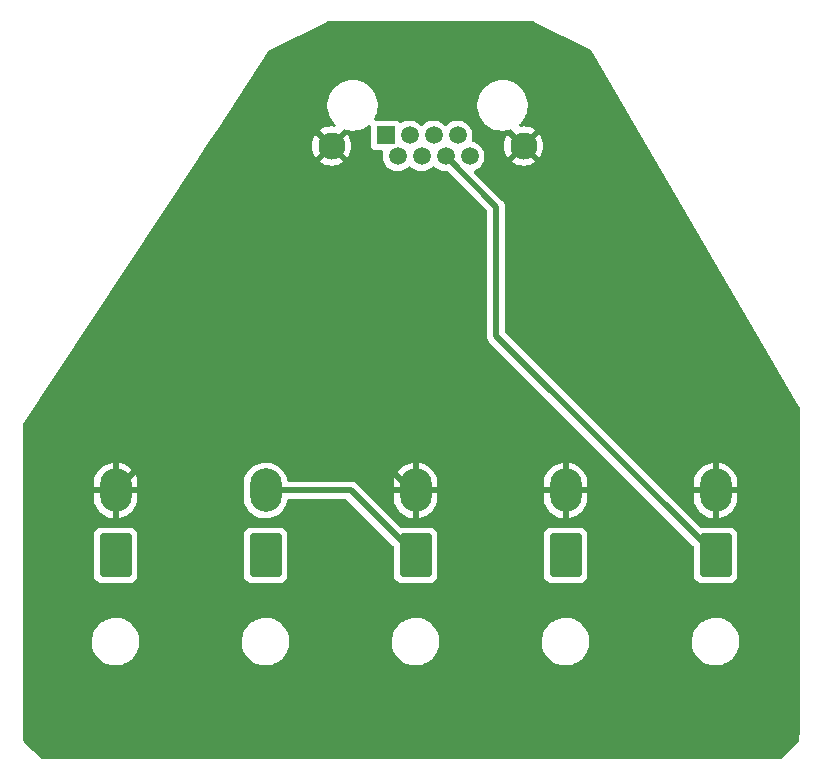
<source format=gbl>
%TF.GenerationSoftware,KiCad,Pcbnew,(6.0.8)*%
%TF.CreationDate,2023-04-02T10:00:46-07:00*%
%TF.ProjectId,FCP_steering_splitter,4643505f-7374-4656-9572-696e675f7370,rev?*%
%TF.SameCoordinates,Original*%
%TF.FileFunction,Copper,L2,Bot*%
%TF.FilePolarity,Positive*%
%FSLAX46Y46*%
G04 Gerber Fmt 4.6, Leading zero omitted, Abs format (unit mm)*
G04 Created by KiCad (PCBNEW (6.0.8)) date 2023-04-02 10:00:46*
%MOMM*%
%LPD*%
G01*
G04 APERTURE LIST*
G04 Aperture macros list*
%AMRoundRect*
0 Rectangle with rounded corners*
0 $1 Rounding radius*
0 $2 $3 $4 $5 $6 $7 $8 $9 X,Y pos of 4 corners*
0 Add a 4 corners polygon primitive as box body*
4,1,4,$2,$3,$4,$5,$6,$7,$8,$9,$2,$3,0*
0 Add four circle primitives for the rounded corners*
1,1,$1+$1,$2,$3*
1,1,$1+$1,$4,$5*
1,1,$1+$1,$6,$7*
1,1,$1+$1,$8,$9*
0 Add four rect primitives between the rounded corners*
20,1,$1+$1,$2,$3,$4,$5,0*
20,1,$1+$1,$4,$5,$6,$7,0*
20,1,$1+$1,$6,$7,$8,$9,0*
20,1,$1+$1,$8,$9,$2,$3,0*%
G04 Aperture macros list end*
%TA.AperFunction,ComponentPad*%
%ADD10RoundRect,0.250001X1.099999X1.599999X-1.099999X1.599999X-1.099999X-1.599999X1.099999X-1.599999X0*%
%TD*%
%TA.AperFunction,ComponentPad*%
%ADD11O,2.700000X3.700000*%
%TD*%
%TA.AperFunction,ComponentPad*%
%ADD12R,1.500000X1.500000*%
%TD*%
%TA.AperFunction,ComponentPad*%
%ADD13C,1.500000*%
%TD*%
%TA.AperFunction,ComponentPad*%
%ADD14C,2.300000*%
%TD*%
%TA.AperFunction,Conductor*%
%ADD15C,0.500000*%
%TD*%
%TA.AperFunction,Conductor*%
%ADD16C,0.250000*%
%TD*%
G04 APERTURE END LIST*
D10*
%TO.P,J5,1,Pin_1*%
%TO.N,/Turbo*%
X162560000Y-76200000D03*
D11*
%TO.P,J5,2,Pin_2*%
%TO.N,GND*%
X162560000Y-70700000D03*
%TD*%
D10*
%TO.P,J2,1,Pin_1*%
%TO.N,VCC*%
X124460000Y-76200000D03*
D11*
%TO.P,J2,2,Pin_2*%
%TO.N,GND*%
X124460000Y-70700000D03*
%TD*%
D12*
%TO.P,J1,1,Pin_1*%
%TO.N,VCC*%
X147320000Y-40640000D03*
D13*
%TO.P,J1,2,Pin_2*%
X148336000Y-42420000D03*
%TO.P,J1,3,Pin_3*%
%TO.N,unconnected-(J1-Pad3)*%
X149352000Y-40640000D03*
%TO.P,J1,4,Pin_4*%
%TO.N,unconnected-(J1-Pad4)*%
X150368000Y-42420000D03*
%TO.P,J1,5,Pin_5*%
%TO.N,unconnected-(J1-Pad5)*%
X151384000Y-40640000D03*
%TO.P,J1,6,Pin_6*%
%TO.N,/Horn*%
X152400000Y-42420000D03*
%TO.P,J1,7,Pin_7*%
%TO.N,/Turbo*%
X153416000Y-40640000D03*
%TO.P,J1,8,Pin_8*%
%TO.N,/Kill*%
X154432000Y-42420000D03*
D14*
%TO.P,J1,SH,Shield*%
%TO.N,GND*%
X142750000Y-41530000D03*
X159010000Y-41530000D03*
%TD*%
D10*
%TO.P,J3,1,Pin_1*%
%TO.N,/Kill*%
X137160000Y-76200000D03*
D11*
%TO.P,J3,2,Pin_2*%
%TO.N,/Safety*%
X137160000Y-70700000D03*
%TD*%
D10*
%TO.P,J6,1,Pin_1*%
%TO.N,/Horn*%
X175260000Y-76200000D03*
D11*
%TO.P,J6,2,Pin_2*%
%TO.N,GND*%
X175260000Y-70700000D03*
%TD*%
D10*
%TO.P,J4,1,Pin_1*%
%TO.N,/Safety*%
X149860000Y-76200000D03*
D11*
%TO.P,J4,2,Pin_2*%
%TO.N,GND*%
X149860000Y-70700000D03*
%TD*%
D15*
%TO.N,/Horn*%
X175260000Y-76200000D02*
X156696270Y-57636270D01*
X156696270Y-57636270D02*
X156696270Y-46716270D01*
X156696270Y-46716270D02*
X152400000Y-42420000D01*
%TO.N,GND*%
X144780000Y-66040000D02*
X129120000Y-66040000D01*
X129120000Y-66040000D02*
X124460000Y-70700000D01*
X149440000Y-70700000D02*
X144780000Y-66040000D01*
D16*
X149860000Y-70700000D02*
X149440000Y-70700000D01*
D15*
X162560000Y-70700000D02*
X149860000Y-70700000D01*
%TO.N,/Safety*%
X137160000Y-70700000D02*
X144360000Y-70700000D01*
X144360000Y-70700000D02*
X149860000Y-76200000D01*
%TD*%
%TA.AperFunction,Conductor*%
%TO.N,GND*%
G36*
X159926564Y-31001802D02*
G01*
X164703526Y-33390283D01*
X164756011Y-33439491D01*
X179062920Y-57965622D01*
X182354336Y-63608049D01*
X182371500Y-63671537D01*
X182371500Y-91390633D01*
X182370000Y-91410018D01*
X182367690Y-91424851D01*
X182367690Y-91424855D01*
X182366309Y-91433724D01*
X182367473Y-91442626D01*
X182367473Y-91442629D01*
X182368439Y-91450012D01*
X182369233Y-91474591D01*
X182354660Y-91696922D01*
X182352509Y-91713262D01*
X182321020Y-91871571D01*
X182288684Y-91933881D01*
X180980324Y-93307660D01*
X180923439Y-93367389D01*
X180856780Y-93404070D01*
X180696007Y-93436050D01*
X180613262Y-93452509D01*
X180596922Y-93454660D01*
X180448134Y-93464413D01*
X180381763Y-93468763D01*
X180358650Y-93467733D01*
X180355146Y-93467690D01*
X180346276Y-93466309D01*
X180337374Y-93467473D01*
X180337372Y-93467473D01*
X180323923Y-93469232D01*
X180314714Y-93470436D01*
X180298379Y-93471500D01*
X118685420Y-93471500D01*
X118666032Y-93469999D01*
X118651212Y-93467691D01*
X118651211Y-93467691D01*
X118642337Y-93466309D01*
X118626043Y-93468439D01*
X118601471Y-93469232D01*
X118436606Y-93458424D01*
X118379138Y-93454656D01*
X118362797Y-93452504D01*
X118181651Y-93416468D01*
X118119338Y-93384131D01*
X116717169Y-92048732D01*
X116684752Y-91997990D01*
X116676474Y-91973602D01*
X116672209Y-91957684D01*
X116623590Y-91713259D01*
X116621439Y-91696919D01*
X116607562Y-91485196D01*
X116608725Y-91462230D01*
X116608384Y-91462199D01*
X116608818Y-91457359D01*
X116609627Y-91452552D01*
X116609780Y-91440000D01*
X116608881Y-91433724D01*
X116605792Y-91412152D01*
X116604519Y-91394377D01*
X116598991Y-83429733D01*
X122447822Y-83429733D01*
X122457625Y-83710458D01*
X122458387Y-83714781D01*
X122458388Y-83714788D01*
X122482164Y-83849624D01*
X122506402Y-83987087D01*
X122593203Y-84254235D01*
X122716340Y-84506702D01*
X122718795Y-84510341D01*
X122718798Y-84510347D01*
X122791890Y-84618710D01*
X122873415Y-84739576D01*
X123061371Y-84948322D01*
X123276550Y-85128879D01*
X123514764Y-85277731D01*
X123771375Y-85391982D01*
X124041390Y-85469407D01*
X124045740Y-85470018D01*
X124045743Y-85470019D01*
X124148690Y-85484487D01*
X124319552Y-85508500D01*
X124530146Y-85508500D01*
X124532332Y-85508347D01*
X124532336Y-85508347D01*
X124735827Y-85494118D01*
X124735832Y-85494117D01*
X124740212Y-85493811D01*
X125014970Y-85435409D01*
X125019099Y-85433906D01*
X125019103Y-85433905D01*
X125274781Y-85340846D01*
X125274785Y-85340844D01*
X125278926Y-85339337D01*
X125526942Y-85207464D01*
X125631896Y-85131211D01*
X125750629Y-85044947D01*
X125750632Y-85044944D01*
X125754192Y-85042358D01*
X125956252Y-84847231D01*
X126129188Y-84625882D01*
X126131384Y-84622078D01*
X126131389Y-84622071D01*
X126267435Y-84386431D01*
X126269636Y-84382619D01*
X126374862Y-84122176D01*
X126408544Y-83987087D01*
X126441753Y-83853893D01*
X126441754Y-83853888D01*
X126442817Y-83849624D01*
X126472178Y-83570267D01*
X126467271Y-83429733D01*
X135147822Y-83429733D01*
X135157625Y-83710458D01*
X135158387Y-83714781D01*
X135158388Y-83714788D01*
X135182164Y-83849624D01*
X135206402Y-83987087D01*
X135293203Y-84254235D01*
X135416340Y-84506702D01*
X135418795Y-84510341D01*
X135418798Y-84510347D01*
X135491890Y-84618710D01*
X135573415Y-84739576D01*
X135761371Y-84948322D01*
X135976550Y-85128879D01*
X136214764Y-85277731D01*
X136471375Y-85391982D01*
X136741390Y-85469407D01*
X136745740Y-85470018D01*
X136745743Y-85470019D01*
X136848690Y-85484487D01*
X137019552Y-85508500D01*
X137230146Y-85508500D01*
X137232332Y-85508347D01*
X137232336Y-85508347D01*
X137435827Y-85494118D01*
X137435832Y-85494117D01*
X137440212Y-85493811D01*
X137714970Y-85435409D01*
X137719099Y-85433906D01*
X137719103Y-85433905D01*
X137974781Y-85340846D01*
X137974785Y-85340844D01*
X137978926Y-85339337D01*
X138226942Y-85207464D01*
X138331896Y-85131211D01*
X138450629Y-85044947D01*
X138450632Y-85044944D01*
X138454192Y-85042358D01*
X138656252Y-84847231D01*
X138829188Y-84625882D01*
X138831384Y-84622078D01*
X138831389Y-84622071D01*
X138967435Y-84386431D01*
X138969636Y-84382619D01*
X139074862Y-84122176D01*
X139108544Y-83987087D01*
X139141753Y-83853893D01*
X139141754Y-83853888D01*
X139142817Y-83849624D01*
X139172178Y-83570267D01*
X139167271Y-83429733D01*
X147847822Y-83429733D01*
X147857625Y-83710458D01*
X147858387Y-83714781D01*
X147858388Y-83714788D01*
X147882164Y-83849624D01*
X147906402Y-83987087D01*
X147993203Y-84254235D01*
X148116340Y-84506702D01*
X148118795Y-84510341D01*
X148118798Y-84510347D01*
X148191890Y-84618710D01*
X148273415Y-84739576D01*
X148461371Y-84948322D01*
X148676550Y-85128879D01*
X148914764Y-85277731D01*
X149171375Y-85391982D01*
X149441390Y-85469407D01*
X149445740Y-85470018D01*
X149445743Y-85470019D01*
X149548690Y-85484487D01*
X149719552Y-85508500D01*
X149930146Y-85508500D01*
X149932332Y-85508347D01*
X149932336Y-85508347D01*
X150135827Y-85494118D01*
X150135832Y-85494117D01*
X150140212Y-85493811D01*
X150414970Y-85435409D01*
X150419099Y-85433906D01*
X150419103Y-85433905D01*
X150674781Y-85340846D01*
X150674785Y-85340844D01*
X150678926Y-85339337D01*
X150926942Y-85207464D01*
X151031896Y-85131211D01*
X151150629Y-85044947D01*
X151150632Y-85044944D01*
X151154192Y-85042358D01*
X151356252Y-84847231D01*
X151529188Y-84625882D01*
X151531384Y-84622078D01*
X151531389Y-84622071D01*
X151667435Y-84386431D01*
X151669636Y-84382619D01*
X151774862Y-84122176D01*
X151808544Y-83987087D01*
X151841753Y-83853893D01*
X151841754Y-83853888D01*
X151842817Y-83849624D01*
X151872178Y-83570267D01*
X151867271Y-83429733D01*
X160547822Y-83429733D01*
X160557625Y-83710458D01*
X160558387Y-83714781D01*
X160558388Y-83714788D01*
X160582164Y-83849624D01*
X160606402Y-83987087D01*
X160693203Y-84254235D01*
X160816340Y-84506702D01*
X160818795Y-84510341D01*
X160818798Y-84510347D01*
X160891890Y-84618710D01*
X160973415Y-84739576D01*
X161161371Y-84948322D01*
X161376550Y-85128879D01*
X161614764Y-85277731D01*
X161871375Y-85391982D01*
X162141390Y-85469407D01*
X162145740Y-85470018D01*
X162145743Y-85470019D01*
X162248690Y-85484487D01*
X162419552Y-85508500D01*
X162630146Y-85508500D01*
X162632332Y-85508347D01*
X162632336Y-85508347D01*
X162835827Y-85494118D01*
X162835832Y-85494117D01*
X162840212Y-85493811D01*
X163114970Y-85435409D01*
X163119099Y-85433906D01*
X163119103Y-85433905D01*
X163374781Y-85340846D01*
X163374785Y-85340844D01*
X163378926Y-85339337D01*
X163626942Y-85207464D01*
X163731896Y-85131211D01*
X163850629Y-85044947D01*
X163850632Y-85044944D01*
X163854192Y-85042358D01*
X164056252Y-84847231D01*
X164229188Y-84625882D01*
X164231384Y-84622078D01*
X164231389Y-84622071D01*
X164367435Y-84386431D01*
X164369636Y-84382619D01*
X164474862Y-84122176D01*
X164508544Y-83987087D01*
X164541753Y-83853893D01*
X164541754Y-83853888D01*
X164542817Y-83849624D01*
X164572178Y-83570267D01*
X164567271Y-83429733D01*
X173247822Y-83429733D01*
X173257625Y-83710458D01*
X173258387Y-83714781D01*
X173258388Y-83714788D01*
X173282164Y-83849624D01*
X173306402Y-83987087D01*
X173393203Y-84254235D01*
X173516340Y-84506702D01*
X173518795Y-84510341D01*
X173518798Y-84510347D01*
X173591890Y-84618710D01*
X173673415Y-84739576D01*
X173861371Y-84948322D01*
X174076550Y-85128879D01*
X174314764Y-85277731D01*
X174571375Y-85391982D01*
X174841390Y-85469407D01*
X174845740Y-85470018D01*
X174845743Y-85470019D01*
X174948690Y-85484487D01*
X175119552Y-85508500D01*
X175330146Y-85508500D01*
X175332332Y-85508347D01*
X175332336Y-85508347D01*
X175535827Y-85494118D01*
X175535832Y-85494117D01*
X175540212Y-85493811D01*
X175814970Y-85435409D01*
X175819099Y-85433906D01*
X175819103Y-85433905D01*
X176074781Y-85340846D01*
X176074785Y-85340844D01*
X176078926Y-85339337D01*
X176326942Y-85207464D01*
X176431896Y-85131211D01*
X176550629Y-85044947D01*
X176550632Y-85044944D01*
X176554192Y-85042358D01*
X176756252Y-84847231D01*
X176929188Y-84625882D01*
X176931384Y-84622078D01*
X176931389Y-84622071D01*
X177067435Y-84386431D01*
X177069636Y-84382619D01*
X177174862Y-84122176D01*
X177208544Y-83987087D01*
X177241753Y-83853893D01*
X177241754Y-83853888D01*
X177242817Y-83849624D01*
X177272178Y-83570267D01*
X177262375Y-83289542D01*
X177238608Y-83154749D01*
X177214360Y-83017236D01*
X177213598Y-83012913D01*
X177126797Y-82745765D01*
X177003660Y-82493298D01*
X177001205Y-82489659D01*
X177001202Y-82489653D01*
X176920935Y-82370653D01*
X176846585Y-82260424D01*
X176658629Y-82051678D01*
X176443450Y-81871121D01*
X176205236Y-81722269D01*
X175948625Y-81608018D01*
X175678610Y-81530593D01*
X175674260Y-81529982D01*
X175674257Y-81529981D01*
X175571310Y-81515513D01*
X175400448Y-81491500D01*
X175189854Y-81491500D01*
X175187668Y-81491653D01*
X175187664Y-81491653D01*
X174984173Y-81505882D01*
X174984168Y-81505883D01*
X174979788Y-81506189D01*
X174705030Y-81564591D01*
X174700901Y-81566094D01*
X174700897Y-81566095D01*
X174445219Y-81659154D01*
X174445215Y-81659156D01*
X174441074Y-81660663D01*
X174193058Y-81792536D01*
X174189499Y-81795122D01*
X174189497Y-81795123D01*
X174084895Y-81871121D01*
X173965808Y-81957642D01*
X173763748Y-82152769D01*
X173590812Y-82374118D01*
X173588616Y-82377922D01*
X173588611Y-82377929D01*
X173474794Y-82575067D01*
X173450364Y-82617381D01*
X173345138Y-82877824D01*
X173344073Y-82882097D01*
X173344072Y-82882099D01*
X173310379Y-83017236D01*
X173277183Y-83150376D01*
X173247822Y-83429733D01*
X164567271Y-83429733D01*
X164562375Y-83289542D01*
X164538608Y-83154749D01*
X164514360Y-83017236D01*
X164513598Y-83012913D01*
X164426797Y-82745765D01*
X164303660Y-82493298D01*
X164301205Y-82489659D01*
X164301202Y-82489653D01*
X164220935Y-82370653D01*
X164146585Y-82260424D01*
X163958629Y-82051678D01*
X163743450Y-81871121D01*
X163505236Y-81722269D01*
X163248625Y-81608018D01*
X162978610Y-81530593D01*
X162974260Y-81529982D01*
X162974257Y-81529981D01*
X162871310Y-81515513D01*
X162700448Y-81491500D01*
X162489854Y-81491500D01*
X162487668Y-81491653D01*
X162487664Y-81491653D01*
X162284173Y-81505882D01*
X162284168Y-81505883D01*
X162279788Y-81506189D01*
X162005030Y-81564591D01*
X162000901Y-81566094D01*
X162000897Y-81566095D01*
X161745219Y-81659154D01*
X161745215Y-81659156D01*
X161741074Y-81660663D01*
X161493058Y-81792536D01*
X161489499Y-81795122D01*
X161489497Y-81795123D01*
X161384895Y-81871121D01*
X161265808Y-81957642D01*
X161063748Y-82152769D01*
X160890812Y-82374118D01*
X160888616Y-82377922D01*
X160888611Y-82377929D01*
X160774794Y-82575067D01*
X160750364Y-82617381D01*
X160645138Y-82877824D01*
X160644073Y-82882097D01*
X160644072Y-82882099D01*
X160610379Y-83017236D01*
X160577183Y-83150376D01*
X160547822Y-83429733D01*
X151867271Y-83429733D01*
X151862375Y-83289542D01*
X151838608Y-83154749D01*
X151814360Y-83017236D01*
X151813598Y-83012913D01*
X151726797Y-82745765D01*
X151603660Y-82493298D01*
X151601205Y-82489659D01*
X151601202Y-82489653D01*
X151520935Y-82370653D01*
X151446585Y-82260424D01*
X151258629Y-82051678D01*
X151043450Y-81871121D01*
X150805236Y-81722269D01*
X150548625Y-81608018D01*
X150278610Y-81530593D01*
X150274260Y-81529982D01*
X150274257Y-81529981D01*
X150171310Y-81515513D01*
X150000448Y-81491500D01*
X149789854Y-81491500D01*
X149787668Y-81491653D01*
X149787664Y-81491653D01*
X149584173Y-81505882D01*
X149584168Y-81505883D01*
X149579788Y-81506189D01*
X149305030Y-81564591D01*
X149300901Y-81566094D01*
X149300897Y-81566095D01*
X149045219Y-81659154D01*
X149045215Y-81659156D01*
X149041074Y-81660663D01*
X148793058Y-81792536D01*
X148789499Y-81795122D01*
X148789497Y-81795123D01*
X148684895Y-81871121D01*
X148565808Y-81957642D01*
X148363748Y-82152769D01*
X148190812Y-82374118D01*
X148188616Y-82377922D01*
X148188611Y-82377929D01*
X148074794Y-82575067D01*
X148050364Y-82617381D01*
X147945138Y-82877824D01*
X147944073Y-82882097D01*
X147944072Y-82882099D01*
X147910379Y-83017236D01*
X147877183Y-83150376D01*
X147847822Y-83429733D01*
X139167271Y-83429733D01*
X139162375Y-83289542D01*
X139138608Y-83154749D01*
X139114360Y-83017236D01*
X139113598Y-83012913D01*
X139026797Y-82745765D01*
X138903660Y-82493298D01*
X138901205Y-82489659D01*
X138901202Y-82489653D01*
X138820935Y-82370653D01*
X138746585Y-82260424D01*
X138558629Y-82051678D01*
X138343450Y-81871121D01*
X138105236Y-81722269D01*
X137848625Y-81608018D01*
X137578610Y-81530593D01*
X137574260Y-81529982D01*
X137574257Y-81529981D01*
X137471310Y-81515513D01*
X137300448Y-81491500D01*
X137089854Y-81491500D01*
X137087668Y-81491653D01*
X137087664Y-81491653D01*
X136884173Y-81505882D01*
X136884168Y-81505883D01*
X136879788Y-81506189D01*
X136605030Y-81564591D01*
X136600901Y-81566094D01*
X136600897Y-81566095D01*
X136345219Y-81659154D01*
X136345215Y-81659156D01*
X136341074Y-81660663D01*
X136093058Y-81792536D01*
X136089499Y-81795122D01*
X136089497Y-81795123D01*
X135984895Y-81871121D01*
X135865808Y-81957642D01*
X135663748Y-82152769D01*
X135490812Y-82374118D01*
X135488616Y-82377922D01*
X135488611Y-82377929D01*
X135374794Y-82575067D01*
X135350364Y-82617381D01*
X135245138Y-82877824D01*
X135244073Y-82882097D01*
X135244072Y-82882099D01*
X135210379Y-83017236D01*
X135177183Y-83150376D01*
X135147822Y-83429733D01*
X126467271Y-83429733D01*
X126462375Y-83289542D01*
X126438608Y-83154749D01*
X126414360Y-83017236D01*
X126413598Y-83012913D01*
X126326797Y-82745765D01*
X126203660Y-82493298D01*
X126201205Y-82489659D01*
X126201202Y-82489653D01*
X126120935Y-82370653D01*
X126046585Y-82260424D01*
X125858629Y-82051678D01*
X125643450Y-81871121D01*
X125405236Y-81722269D01*
X125148625Y-81608018D01*
X124878610Y-81530593D01*
X124874260Y-81529982D01*
X124874257Y-81529981D01*
X124771310Y-81515513D01*
X124600448Y-81491500D01*
X124389854Y-81491500D01*
X124387668Y-81491653D01*
X124387664Y-81491653D01*
X124184173Y-81505882D01*
X124184168Y-81505883D01*
X124179788Y-81506189D01*
X123905030Y-81564591D01*
X123900901Y-81566094D01*
X123900897Y-81566095D01*
X123645219Y-81659154D01*
X123645215Y-81659156D01*
X123641074Y-81660663D01*
X123393058Y-81792536D01*
X123389499Y-81795122D01*
X123389497Y-81795123D01*
X123284895Y-81871121D01*
X123165808Y-81957642D01*
X122963748Y-82152769D01*
X122790812Y-82374118D01*
X122788616Y-82377922D01*
X122788611Y-82377929D01*
X122674794Y-82575067D01*
X122650364Y-82617381D01*
X122545138Y-82877824D01*
X122544073Y-82882097D01*
X122544072Y-82882099D01*
X122510379Y-83017236D01*
X122477183Y-83150376D01*
X122447822Y-83429733D01*
X116598991Y-83429733D01*
X116595565Y-78494419D01*
X116595118Y-77850400D01*
X122601500Y-77850400D01*
X122612474Y-77956165D01*
X122668450Y-78123945D01*
X122761522Y-78274348D01*
X122886697Y-78399305D01*
X122892927Y-78403145D01*
X122892928Y-78403146D01*
X123030090Y-78487694D01*
X123037262Y-78492115D01*
X123117005Y-78518564D01*
X123198611Y-78545632D01*
X123198613Y-78545632D01*
X123205139Y-78547797D01*
X123211975Y-78548497D01*
X123211978Y-78548498D01*
X123255031Y-78552909D01*
X123309600Y-78558500D01*
X125610400Y-78558500D01*
X125613646Y-78558163D01*
X125613650Y-78558163D01*
X125709307Y-78548238D01*
X125709311Y-78548237D01*
X125716165Y-78547526D01*
X125722701Y-78545345D01*
X125722703Y-78545345D01*
X125854805Y-78501272D01*
X125883945Y-78491550D01*
X126034348Y-78398478D01*
X126159305Y-78273303D01*
X126252115Y-78122738D01*
X126307797Y-77954861D01*
X126318500Y-77850400D01*
X135301500Y-77850400D01*
X135312474Y-77956165D01*
X135368450Y-78123945D01*
X135461522Y-78274348D01*
X135586697Y-78399305D01*
X135592927Y-78403145D01*
X135592928Y-78403146D01*
X135730090Y-78487694D01*
X135737262Y-78492115D01*
X135817005Y-78518564D01*
X135898611Y-78545632D01*
X135898613Y-78545632D01*
X135905139Y-78547797D01*
X135911975Y-78548497D01*
X135911978Y-78548498D01*
X135955031Y-78552909D01*
X136009600Y-78558500D01*
X138310400Y-78558500D01*
X138313646Y-78558163D01*
X138313650Y-78558163D01*
X138409307Y-78548238D01*
X138409311Y-78548237D01*
X138416165Y-78547526D01*
X138422701Y-78545345D01*
X138422703Y-78545345D01*
X138554805Y-78501272D01*
X138583945Y-78491550D01*
X138734348Y-78398478D01*
X138859305Y-78273303D01*
X138952115Y-78122738D01*
X139007797Y-77954861D01*
X139018500Y-77850400D01*
X139018500Y-74549600D01*
X139007526Y-74443835D01*
X138951550Y-74276055D01*
X138858478Y-74125652D01*
X138733303Y-74000695D01*
X138727072Y-73996854D01*
X138588968Y-73911725D01*
X138588966Y-73911724D01*
X138582738Y-73907885D01*
X138422254Y-73854655D01*
X138421389Y-73854368D01*
X138421387Y-73854368D01*
X138414861Y-73852203D01*
X138408025Y-73851503D01*
X138408022Y-73851502D01*
X138364969Y-73847091D01*
X138310400Y-73841500D01*
X136009600Y-73841500D01*
X136006354Y-73841837D01*
X136006350Y-73841837D01*
X135910693Y-73851762D01*
X135910689Y-73851763D01*
X135903835Y-73852474D01*
X135897299Y-73854655D01*
X135897297Y-73854655D01*
X135889828Y-73857147D01*
X135736055Y-73908450D01*
X135585652Y-74001522D01*
X135460695Y-74126697D01*
X135367885Y-74277262D01*
X135312203Y-74445139D01*
X135301500Y-74549600D01*
X135301500Y-77850400D01*
X126318500Y-77850400D01*
X126318500Y-74549600D01*
X126307526Y-74443835D01*
X126251550Y-74276055D01*
X126158478Y-74125652D01*
X126033303Y-74000695D01*
X126027072Y-73996854D01*
X125888968Y-73911725D01*
X125888966Y-73911724D01*
X125882738Y-73907885D01*
X125722254Y-73854655D01*
X125721389Y-73854368D01*
X125721387Y-73854368D01*
X125714861Y-73852203D01*
X125708025Y-73851503D01*
X125708022Y-73851502D01*
X125664969Y-73847091D01*
X125610400Y-73841500D01*
X123309600Y-73841500D01*
X123306354Y-73841837D01*
X123306350Y-73841837D01*
X123210693Y-73851762D01*
X123210689Y-73851763D01*
X123203835Y-73852474D01*
X123197299Y-73854655D01*
X123197297Y-73854655D01*
X123189828Y-73857147D01*
X123036055Y-73908450D01*
X122885652Y-74001522D01*
X122760695Y-74126697D01*
X122667885Y-74277262D01*
X122612203Y-74445139D01*
X122601500Y-74549600D01*
X122601500Y-77850400D01*
X116595118Y-77850400D01*
X116590548Y-71266206D01*
X122602000Y-71266206D01*
X122602165Y-71270777D01*
X122616213Y-71464380D01*
X122617527Y-71473389D01*
X122673689Y-71727769D01*
X122676292Y-71736499D01*
X122768586Y-71980107D01*
X122772421Y-71988368D01*
X122898915Y-72216101D01*
X122903905Y-72223726D01*
X123061946Y-72430809D01*
X123067986Y-72437636D01*
X123254264Y-72619735D01*
X123261226Y-72625618D01*
X123471843Y-72778922D01*
X123479573Y-72783733D01*
X123710122Y-72905031D01*
X123718472Y-72908678D01*
X123964099Y-72995419D01*
X123972894Y-72997825D01*
X124188225Y-73040267D01*
X124201137Y-73039088D01*
X124205939Y-73024174D01*
X124714000Y-73024174D01*
X124718251Y-73038651D01*
X124730512Y-73040714D01*
X124766133Y-73037315D01*
X124775125Y-73035795D01*
X125028158Y-72973878D01*
X125036827Y-72971078D01*
X125278282Y-72873278D01*
X125286455Y-72869256D01*
X125511253Y-72737632D01*
X125518765Y-72732469D01*
X125722213Y-72569769D01*
X125728896Y-72563580D01*
X125906733Y-72373206D01*
X125912443Y-72366129D01*
X126060934Y-72152082D01*
X126065571Y-72144241D01*
X126181604Y-71911003D01*
X126185060Y-71902578D01*
X126266212Y-71655026D01*
X126268412Y-71646201D01*
X126313103Y-71388811D01*
X126313950Y-71381193D01*
X126317922Y-71301408D01*
X126318000Y-71298267D01*
X126318000Y-71268512D01*
X135301500Y-71268512D01*
X135301664Y-71270777D01*
X135301665Y-71270792D01*
X135309676Y-71381193D01*
X135316047Y-71469004D01*
X135317031Y-71473459D01*
X135317031Y-71473462D01*
X135373178Y-71727769D01*
X135374194Y-71732372D01*
X135375812Y-71736642D01*
X135441944Y-71911194D01*
X135469750Y-71984588D01*
X135600714Y-72220368D01*
X135603486Y-72224000D01*
X135717608Y-72373535D01*
X135764343Y-72434773D01*
X135957208Y-72623312D01*
X136175270Y-72782034D01*
X136275031Y-72834521D01*
X136409921Y-72905490D01*
X136409927Y-72905493D01*
X136413961Y-72907615D01*
X136418266Y-72909135D01*
X136418270Y-72909137D01*
X136663967Y-72995902D01*
X136668280Y-72997425D01*
X136796032Y-73022605D01*
X136928428Y-73048700D01*
X136928434Y-73048701D01*
X136932900Y-73049581D01*
X136937453Y-73049808D01*
X136937456Y-73049808D01*
X137197708Y-73062764D01*
X137197714Y-73062764D01*
X137202277Y-73062991D01*
X137470769Y-73037375D01*
X137475203Y-73036290D01*
X137475209Y-73036289D01*
X137728312Y-72974355D01*
X137732750Y-72973269D01*
X137982733Y-72872015D01*
X138215482Y-72735735D01*
X138426119Y-72567284D01*
X138610234Y-72370191D01*
X138763968Y-72148584D01*
X138884101Y-71907106D01*
X138885523Y-71902769D01*
X138966698Y-71655147D01*
X138966699Y-71655141D01*
X138968118Y-71650814D01*
X138983374Y-71562945D01*
X139014734Y-71499251D01*
X139075552Y-71462622D01*
X139107517Y-71458500D01*
X143993629Y-71458500D01*
X144061750Y-71478502D01*
X144082724Y-71495405D01*
X147964595Y-75377276D01*
X147998621Y-75439588D01*
X148001500Y-75466371D01*
X148001500Y-77850400D01*
X148012474Y-77956165D01*
X148068450Y-78123945D01*
X148161522Y-78274348D01*
X148286697Y-78399305D01*
X148292927Y-78403145D01*
X148292928Y-78403146D01*
X148430090Y-78487694D01*
X148437262Y-78492115D01*
X148517005Y-78518564D01*
X148598611Y-78545632D01*
X148598613Y-78545632D01*
X148605139Y-78547797D01*
X148611975Y-78548497D01*
X148611978Y-78548498D01*
X148655031Y-78552909D01*
X148709600Y-78558500D01*
X151010400Y-78558500D01*
X151013646Y-78558163D01*
X151013650Y-78558163D01*
X151109307Y-78548238D01*
X151109311Y-78548237D01*
X151116165Y-78547526D01*
X151122701Y-78545345D01*
X151122703Y-78545345D01*
X151254805Y-78501272D01*
X151283945Y-78491550D01*
X151434348Y-78398478D01*
X151559305Y-78273303D01*
X151652115Y-78122738D01*
X151707797Y-77954861D01*
X151718500Y-77850400D01*
X160701500Y-77850400D01*
X160712474Y-77956165D01*
X160768450Y-78123945D01*
X160861522Y-78274348D01*
X160986697Y-78399305D01*
X160992927Y-78403145D01*
X160992928Y-78403146D01*
X161130090Y-78487694D01*
X161137262Y-78492115D01*
X161217005Y-78518564D01*
X161298611Y-78545632D01*
X161298613Y-78545632D01*
X161305139Y-78547797D01*
X161311975Y-78548497D01*
X161311978Y-78548498D01*
X161355031Y-78552909D01*
X161409600Y-78558500D01*
X163710400Y-78558500D01*
X163713646Y-78558163D01*
X163713650Y-78558163D01*
X163809307Y-78548238D01*
X163809311Y-78548237D01*
X163816165Y-78547526D01*
X163822701Y-78545345D01*
X163822703Y-78545345D01*
X163954805Y-78501272D01*
X163983945Y-78491550D01*
X164134348Y-78398478D01*
X164259305Y-78273303D01*
X164352115Y-78122738D01*
X164407797Y-77954861D01*
X164418500Y-77850400D01*
X164418500Y-74549600D01*
X164407526Y-74443835D01*
X164351550Y-74276055D01*
X164258478Y-74125652D01*
X164133303Y-74000695D01*
X164127072Y-73996854D01*
X163988968Y-73911725D01*
X163988966Y-73911724D01*
X163982738Y-73907885D01*
X163822254Y-73854655D01*
X163821389Y-73854368D01*
X163821387Y-73854368D01*
X163814861Y-73852203D01*
X163808025Y-73851503D01*
X163808022Y-73851502D01*
X163764969Y-73847091D01*
X163710400Y-73841500D01*
X161409600Y-73841500D01*
X161406354Y-73841837D01*
X161406350Y-73841837D01*
X161310693Y-73851762D01*
X161310689Y-73851763D01*
X161303835Y-73852474D01*
X161297299Y-73854655D01*
X161297297Y-73854655D01*
X161289828Y-73857147D01*
X161136055Y-73908450D01*
X160985652Y-74001522D01*
X160860695Y-74126697D01*
X160767885Y-74277262D01*
X160712203Y-74445139D01*
X160701500Y-74549600D01*
X160701500Y-77850400D01*
X151718500Y-77850400D01*
X151718500Y-74549600D01*
X151707526Y-74443835D01*
X151651550Y-74276055D01*
X151558478Y-74125652D01*
X151433303Y-74000695D01*
X151427072Y-73996854D01*
X151288968Y-73911725D01*
X151288966Y-73911724D01*
X151282738Y-73907885D01*
X151122254Y-73854655D01*
X151121389Y-73854368D01*
X151121387Y-73854368D01*
X151114861Y-73852203D01*
X151108025Y-73851503D01*
X151108022Y-73851502D01*
X151064969Y-73847091D01*
X151010400Y-73841500D01*
X148709600Y-73841500D01*
X148706356Y-73841837D01*
X148706348Y-73841837D01*
X148646585Y-73848038D01*
X148576764Y-73835173D01*
X148544487Y-73811806D01*
X145998887Y-71266206D01*
X148002000Y-71266206D01*
X148002165Y-71270777D01*
X148016213Y-71464380D01*
X148017527Y-71473389D01*
X148073689Y-71727769D01*
X148076292Y-71736499D01*
X148168586Y-71980107D01*
X148172421Y-71988368D01*
X148298915Y-72216101D01*
X148303905Y-72223726D01*
X148461946Y-72430809D01*
X148467986Y-72437636D01*
X148654264Y-72619735D01*
X148661226Y-72625618D01*
X148871843Y-72778922D01*
X148879573Y-72783733D01*
X149110122Y-72905031D01*
X149118472Y-72908678D01*
X149364099Y-72995419D01*
X149372894Y-72997825D01*
X149588225Y-73040267D01*
X149601137Y-73039088D01*
X149605939Y-73024174D01*
X150114000Y-73024174D01*
X150118251Y-73038651D01*
X150130512Y-73040714D01*
X150166133Y-73037315D01*
X150175125Y-73035795D01*
X150428158Y-72973878D01*
X150436827Y-72971078D01*
X150678282Y-72873278D01*
X150686455Y-72869256D01*
X150911253Y-72737632D01*
X150918765Y-72732469D01*
X151122213Y-72569769D01*
X151128896Y-72563580D01*
X151306733Y-72373206D01*
X151312443Y-72366129D01*
X151460934Y-72152082D01*
X151465571Y-72144241D01*
X151581604Y-71911003D01*
X151585060Y-71902578D01*
X151666212Y-71655026D01*
X151668412Y-71646201D01*
X151713103Y-71388811D01*
X151713950Y-71381193D01*
X151717922Y-71301408D01*
X151718000Y-71298267D01*
X151718000Y-71266206D01*
X160702000Y-71266206D01*
X160702165Y-71270777D01*
X160716213Y-71464380D01*
X160717527Y-71473389D01*
X160773689Y-71727769D01*
X160776292Y-71736499D01*
X160868586Y-71980107D01*
X160872421Y-71988368D01*
X160998915Y-72216101D01*
X161003905Y-72223726D01*
X161161946Y-72430809D01*
X161167986Y-72437636D01*
X161354264Y-72619735D01*
X161361226Y-72625618D01*
X161571843Y-72778922D01*
X161579573Y-72783733D01*
X161810122Y-72905031D01*
X161818472Y-72908678D01*
X162064099Y-72995419D01*
X162072894Y-72997825D01*
X162288225Y-73040267D01*
X162301137Y-73039088D01*
X162305939Y-73024174D01*
X162814000Y-73024174D01*
X162818251Y-73038651D01*
X162830512Y-73040714D01*
X162866133Y-73037315D01*
X162875125Y-73035795D01*
X163128158Y-72973878D01*
X163136827Y-72971078D01*
X163378282Y-72873278D01*
X163386455Y-72869256D01*
X163611253Y-72737632D01*
X163618765Y-72732469D01*
X163822213Y-72569769D01*
X163828896Y-72563580D01*
X164006733Y-72373206D01*
X164012443Y-72366129D01*
X164160934Y-72152082D01*
X164165571Y-72144241D01*
X164281604Y-71911003D01*
X164285060Y-71902578D01*
X164366212Y-71655026D01*
X164368412Y-71646201D01*
X164413103Y-71388811D01*
X164413950Y-71381193D01*
X164417922Y-71301408D01*
X164418000Y-71298267D01*
X164418000Y-70972115D01*
X164413525Y-70956876D01*
X164412135Y-70955671D01*
X164404452Y-70954000D01*
X162832115Y-70954000D01*
X162816876Y-70958475D01*
X162815671Y-70959865D01*
X162814000Y-70967548D01*
X162814000Y-73024174D01*
X162305939Y-73024174D01*
X162306000Y-73023985D01*
X162306000Y-70972115D01*
X162301525Y-70956876D01*
X162300135Y-70955671D01*
X162292452Y-70954000D01*
X160720115Y-70954000D01*
X160704876Y-70958475D01*
X160703671Y-70959865D01*
X160702000Y-70967548D01*
X160702000Y-71266206D01*
X151718000Y-71266206D01*
X151718000Y-70972115D01*
X151713525Y-70956876D01*
X151712135Y-70955671D01*
X151704452Y-70954000D01*
X150132115Y-70954000D01*
X150116876Y-70958475D01*
X150115671Y-70959865D01*
X150114000Y-70967548D01*
X150114000Y-73024174D01*
X149605939Y-73024174D01*
X149606000Y-73023985D01*
X149606000Y-70972115D01*
X149601525Y-70956876D01*
X149600135Y-70955671D01*
X149592452Y-70954000D01*
X148020115Y-70954000D01*
X148004876Y-70958475D01*
X148003671Y-70959865D01*
X148002000Y-70967548D01*
X148002000Y-71266206D01*
X145998887Y-71266206D01*
X145160566Y-70427885D01*
X148002000Y-70427885D01*
X148006475Y-70443124D01*
X148007865Y-70444329D01*
X148015548Y-70446000D01*
X149587885Y-70446000D01*
X149603124Y-70441525D01*
X149604329Y-70440135D01*
X149606000Y-70432452D01*
X149606000Y-70427885D01*
X150114000Y-70427885D01*
X150118475Y-70443124D01*
X150119865Y-70444329D01*
X150127548Y-70446000D01*
X151699885Y-70446000D01*
X151715124Y-70441525D01*
X151716329Y-70440135D01*
X151718000Y-70432452D01*
X151718000Y-70427885D01*
X160702000Y-70427885D01*
X160706475Y-70443124D01*
X160707865Y-70444329D01*
X160715548Y-70446000D01*
X162287885Y-70446000D01*
X162303124Y-70441525D01*
X162304329Y-70440135D01*
X162306000Y-70432452D01*
X162306000Y-70427885D01*
X162814000Y-70427885D01*
X162818475Y-70443124D01*
X162819865Y-70444329D01*
X162827548Y-70446000D01*
X164399885Y-70446000D01*
X164415124Y-70441525D01*
X164416329Y-70440135D01*
X164418000Y-70432452D01*
X164418000Y-70133794D01*
X164417835Y-70129223D01*
X164403787Y-69935620D01*
X164402473Y-69926611D01*
X164346311Y-69672231D01*
X164343708Y-69663501D01*
X164251414Y-69419893D01*
X164247579Y-69411632D01*
X164121085Y-69183899D01*
X164116095Y-69176274D01*
X163958054Y-68969191D01*
X163952014Y-68962364D01*
X163765736Y-68780265D01*
X163758774Y-68774382D01*
X163548157Y-68621078D01*
X163540427Y-68616267D01*
X163309878Y-68494969D01*
X163301528Y-68491322D01*
X163055901Y-68404581D01*
X163047106Y-68402175D01*
X162831775Y-68359733D01*
X162818863Y-68360912D01*
X162814000Y-68376015D01*
X162814000Y-70427885D01*
X162306000Y-70427885D01*
X162306000Y-68375826D01*
X162301749Y-68361349D01*
X162289488Y-68359286D01*
X162253867Y-68362685D01*
X162244875Y-68364205D01*
X161991842Y-68426122D01*
X161983173Y-68428922D01*
X161741718Y-68526722D01*
X161733545Y-68530744D01*
X161508747Y-68662368D01*
X161501235Y-68667531D01*
X161297787Y-68830231D01*
X161291104Y-68836420D01*
X161113267Y-69026794D01*
X161107557Y-69033871D01*
X160959066Y-69247918D01*
X160954429Y-69255759D01*
X160838396Y-69488997D01*
X160834940Y-69497422D01*
X160753788Y-69744974D01*
X160751588Y-69753799D01*
X160706897Y-70011189D01*
X160706050Y-70018807D01*
X160702078Y-70098592D01*
X160702000Y-70101733D01*
X160702000Y-70427885D01*
X151718000Y-70427885D01*
X151718000Y-70133794D01*
X151717835Y-70129223D01*
X151703787Y-69935620D01*
X151702473Y-69926611D01*
X151646311Y-69672231D01*
X151643708Y-69663501D01*
X151551414Y-69419893D01*
X151547579Y-69411632D01*
X151421085Y-69183899D01*
X151416095Y-69176274D01*
X151258054Y-68969191D01*
X151252014Y-68962364D01*
X151065736Y-68780265D01*
X151058774Y-68774382D01*
X150848157Y-68621078D01*
X150840427Y-68616267D01*
X150609878Y-68494969D01*
X150601528Y-68491322D01*
X150355901Y-68404581D01*
X150347106Y-68402175D01*
X150131775Y-68359733D01*
X150118863Y-68360912D01*
X150114000Y-68376015D01*
X150114000Y-70427885D01*
X149606000Y-70427885D01*
X149606000Y-68375826D01*
X149601749Y-68361349D01*
X149589488Y-68359286D01*
X149553867Y-68362685D01*
X149544875Y-68364205D01*
X149291842Y-68426122D01*
X149283173Y-68428922D01*
X149041718Y-68526722D01*
X149033545Y-68530744D01*
X148808747Y-68662368D01*
X148801235Y-68667531D01*
X148597787Y-68830231D01*
X148591104Y-68836420D01*
X148413267Y-69026794D01*
X148407557Y-69033871D01*
X148259066Y-69247918D01*
X148254429Y-69255759D01*
X148138396Y-69488997D01*
X148134940Y-69497422D01*
X148053788Y-69744974D01*
X148051588Y-69753799D01*
X148006897Y-70011189D01*
X148006050Y-70018807D01*
X148002078Y-70098592D01*
X148002000Y-70101733D01*
X148002000Y-70427885D01*
X145160566Y-70427885D01*
X144943770Y-70211089D01*
X144931384Y-70196677D01*
X144922851Y-70185082D01*
X144922846Y-70185077D01*
X144918508Y-70179182D01*
X144912930Y-70174443D01*
X144912927Y-70174440D01*
X144878232Y-70144965D01*
X144870716Y-70138035D01*
X144865021Y-70132340D01*
X144858880Y-70127482D01*
X144842749Y-70114719D01*
X144839345Y-70111928D01*
X144789297Y-70069409D01*
X144789295Y-70069408D01*
X144783715Y-70064667D01*
X144777199Y-70061339D01*
X144772150Y-70057972D01*
X144767021Y-70054805D01*
X144761284Y-70050266D01*
X144695125Y-70019345D01*
X144691225Y-70017439D01*
X144686294Y-70014921D01*
X144626192Y-69984231D01*
X144619084Y-69982492D01*
X144613441Y-69980393D01*
X144607678Y-69978476D01*
X144601050Y-69975378D01*
X144529583Y-69960513D01*
X144525299Y-69959543D01*
X144454390Y-69942192D01*
X144448788Y-69941844D01*
X144448785Y-69941844D01*
X144443236Y-69941500D01*
X144443238Y-69941464D01*
X144439245Y-69941225D01*
X144435053Y-69940851D01*
X144427885Y-69939360D01*
X144361675Y-69941151D01*
X144350479Y-69941454D01*
X144347072Y-69941500D01*
X139107488Y-69941500D01*
X139039367Y-69921498D01*
X138992874Y-69867842D01*
X138984451Y-69842664D01*
X138946791Y-69672088D01*
X138946790Y-69672084D01*
X138945806Y-69667628D01*
X138881321Y-69497422D01*
X138851868Y-69419682D01*
X138851867Y-69419679D01*
X138850250Y-69415412D01*
X138719286Y-69179632D01*
X138608045Y-69033871D01*
X138558429Y-68968859D01*
X138558428Y-68968858D01*
X138555657Y-68965227D01*
X138362792Y-68776688D01*
X138144730Y-68617966D01*
X137978948Y-68530744D01*
X137910079Y-68494510D01*
X137910073Y-68494507D01*
X137906039Y-68492385D01*
X137901734Y-68490865D01*
X137901730Y-68490863D01*
X137656033Y-68404098D01*
X137656032Y-68404098D01*
X137651720Y-68402575D01*
X137516006Y-68375826D01*
X137391572Y-68351300D01*
X137391566Y-68351299D01*
X137387100Y-68350419D01*
X137382547Y-68350192D01*
X137382544Y-68350192D01*
X137122292Y-68337236D01*
X137122286Y-68337236D01*
X137117723Y-68337009D01*
X136849231Y-68362625D01*
X136844797Y-68363710D01*
X136844791Y-68363711D01*
X136591688Y-68425645D01*
X136587250Y-68426731D01*
X136337267Y-68527985D01*
X136104518Y-68664265D01*
X135893881Y-68832716D01*
X135709766Y-69029809D01*
X135556032Y-69251416D01*
X135435899Y-69492894D01*
X135434478Y-69497228D01*
X135434477Y-69497231D01*
X135434415Y-69497422D01*
X135351882Y-69749186D01*
X135351102Y-69753677D01*
X135351102Y-69753678D01*
X135310494Y-69987560D01*
X135305743Y-70014921D01*
X135301500Y-70100149D01*
X135301500Y-71268512D01*
X126318000Y-71268512D01*
X126318000Y-70972115D01*
X126313525Y-70956876D01*
X126312135Y-70955671D01*
X126304452Y-70954000D01*
X124732115Y-70954000D01*
X124716876Y-70958475D01*
X124715671Y-70959865D01*
X124714000Y-70967548D01*
X124714000Y-73024174D01*
X124205939Y-73024174D01*
X124206000Y-73023985D01*
X124206000Y-70972115D01*
X124201525Y-70956876D01*
X124200135Y-70955671D01*
X124192452Y-70954000D01*
X122620115Y-70954000D01*
X122604876Y-70958475D01*
X122603671Y-70959865D01*
X122602000Y-70967548D01*
X122602000Y-71266206D01*
X116590548Y-71266206D01*
X116589966Y-70427885D01*
X122602000Y-70427885D01*
X122606475Y-70443124D01*
X122607865Y-70444329D01*
X122615548Y-70446000D01*
X124187885Y-70446000D01*
X124203124Y-70441525D01*
X124204329Y-70440135D01*
X124206000Y-70432452D01*
X124206000Y-70427885D01*
X124714000Y-70427885D01*
X124718475Y-70443124D01*
X124719865Y-70444329D01*
X124727548Y-70446000D01*
X126299885Y-70446000D01*
X126315124Y-70441525D01*
X126316329Y-70440135D01*
X126318000Y-70432452D01*
X126318000Y-70133794D01*
X126317835Y-70129223D01*
X126303787Y-69935620D01*
X126302473Y-69926611D01*
X126246311Y-69672231D01*
X126243708Y-69663501D01*
X126151414Y-69419893D01*
X126147579Y-69411632D01*
X126021085Y-69183899D01*
X126016095Y-69176274D01*
X125858054Y-68969191D01*
X125852014Y-68962364D01*
X125665736Y-68780265D01*
X125658774Y-68774382D01*
X125448157Y-68621078D01*
X125440427Y-68616267D01*
X125209878Y-68494969D01*
X125201528Y-68491322D01*
X124955901Y-68404581D01*
X124947106Y-68402175D01*
X124731775Y-68359733D01*
X124718863Y-68360912D01*
X124714000Y-68376015D01*
X124714000Y-70427885D01*
X124206000Y-70427885D01*
X124206000Y-68375826D01*
X124201749Y-68361349D01*
X124189488Y-68359286D01*
X124153867Y-68362685D01*
X124144875Y-68364205D01*
X123891842Y-68426122D01*
X123883173Y-68428922D01*
X123641718Y-68526722D01*
X123633545Y-68530744D01*
X123408747Y-68662368D01*
X123401235Y-68667531D01*
X123197787Y-68830231D01*
X123191104Y-68836420D01*
X123013267Y-69026794D01*
X123007557Y-69033871D01*
X122859066Y-69247918D01*
X122854429Y-69255759D01*
X122738396Y-69488997D01*
X122734940Y-69497422D01*
X122653788Y-69744974D01*
X122651588Y-69753799D01*
X122606897Y-70011189D01*
X122606050Y-70018807D01*
X122602078Y-70098592D01*
X122602000Y-70101733D01*
X122602000Y-70427885D01*
X116589966Y-70427885D01*
X116586272Y-65106442D01*
X116607157Y-65036880D01*
X131257471Y-42872204D01*
X141773151Y-42872204D01*
X141777720Y-42878735D01*
X141990736Y-43009271D01*
X141999530Y-43013752D01*
X142231492Y-43109834D01*
X142240877Y-43112883D01*
X142485017Y-43171496D01*
X142494764Y-43173039D01*
X142745070Y-43192739D01*
X142754930Y-43192739D01*
X143005236Y-43173039D01*
X143014983Y-43171496D01*
X143259123Y-43112883D01*
X143268508Y-43109834D01*
X143500470Y-43013752D01*
X143509264Y-43009271D01*
X143720875Y-42879596D01*
X143726922Y-42870330D01*
X143720915Y-42860125D01*
X142762812Y-41902022D01*
X142748868Y-41894408D01*
X142747035Y-41894539D01*
X142740420Y-41898790D01*
X141780544Y-42858666D01*
X141773151Y-42872204D01*
X131257471Y-42872204D01*
X132141377Y-41534930D01*
X141087261Y-41534930D01*
X141106961Y-41785236D01*
X141108504Y-41794983D01*
X141167117Y-42039123D01*
X141170166Y-42048508D01*
X141266248Y-42280470D01*
X141270729Y-42289264D01*
X141400404Y-42500875D01*
X141409670Y-42506922D01*
X141419875Y-42500915D01*
X142377978Y-41542812D01*
X142384356Y-41531132D01*
X143114408Y-41531132D01*
X143114539Y-41532965D01*
X143118790Y-41539580D01*
X144078666Y-42499456D01*
X144092204Y-42506849D01*
X144098735Y-42502280D01*
X144229271Y-42289264D01*
X144233752Y-42280470D01*
X144329834Y-42048508D01*
X144332883Y-42039123D01*
X144391496Y-41794983D01*
X144393039Y-41785236D01*
X144412739Y-41534930D01*
X144412739Y-41525070D01*
X144393039Y-41274764D01*
X144391496Y-41265017D01*
X144332883Y-41020877D01*
X144329834Y-41011492D01*
X144233752Y-40779530D01*
X144229271Y-40770736D01*
X144099596Y-40559125D01*
X144090330Y-40553078D01*
X144080125Y-40559085D01*
X143122022Y-41517188D01*
X143114408Y-41531132D01*
X142384356Y-41531132D01*
X142385592Y-41528868D01*
X142385461Y-41527035D01*
X142381210Y-41520420D01*
X141421334Y-40560544D01*
X141407796Y-40553151D01*
X141401265Y-40557720D01*
X141270729Y-40770736D01*
X141266248Y-40779530D01*
X141170166Y-41011492D01*
X141167117Y-41020877D01*
X141108504Y-41265017D01*
X141106961Y-41274764D01*
X141087261Y-41525070D01*
X141087261Y-41534930D01*
X132141377Y-41534930D01*
X133030561Y-40189670D01*
X141773078Y-40189670D01*
X141779085Y-40199875D01*
X142737188Y-41157978D01*
X142751132Y-41165592D01*
X142752965Y-41165461D01*
X142759580Y-41161210D01*
X143719459Y-40201331D01*
X143724824Y-40191506D01*
X143775027Y-40141304D01*
X143844401Y-40126214D01*
X143878709Y-40133566D01*
X143933382Y-40153574D01*
X144217604Y-40215544D01*
X144246650Y-40217830D01*
X144443297Y-40233307D01*
X144443304Y-40233307D01*
X144445753Y-40233500D01*
X144603121Y-40233500D01*
X144605257Y-40233354D01*
X144605268Y-40233354D01*
X144815949Y-40218991D01*
X144815955Y-40218990D01*
X144820226Y-40218699D01*
X144824421Y-40217830D01*
X144824423Y-40217830D01*
X145000990Y-40181265D01*
X145105081Y-40159709D01*
X145379295Y-40062605D01*
X145637793Y-39929184D01*
X145641294Y-39926723D01*
X145641298Y-39926721D01*
X145863049Y-39770871D01*
X145930283Y-39748066D01*
X145999174Y-39765231D01*
X146047848Y-39816915D01*
X146061500Y-39873958D01*
X146061500Y-41438134D01*
X146068255Y-41500316D01*
X146119385Y-41636705D01*
X146206739Y-41753261D01*
X146323295Y-41840615D01*
X146459684Y-41891745D01*
X146521866Y-41898500D01*
X147008634Y-41898500D01*
X147076755Y-41918502D01*
X147123248Y-41972158D01*
X147133352Y-42042432D01*
X147130340Y-42057112D01*
X147093310Y-42195308D01*
X147093309Y-42195317D01*
X147091885Y-42200629D01*
X147072693Y-42420000D01*
X147091885Y-42639371D01*
X147148880Y-42852076D01*
X147161713Y-42879596D01*
X147239618Y-43046666D01*
X147239621Y-43046671D01*
X147241944Y-43051653D01*
X147245100Y-43056160D01*
X147245101Y-43056162D01*
X147340734Y-43192739D01*
X147368251Y-43232038D01*
X147523962Y-43387749D01*
X147704346Y-43514056D01*
X147903924Y-43607120D01*
X148116629Y-43664115D01*
X148336000Y-43683307D01*
X148555371Y-43664115D01*
X148768076Y-43607120D01*
X148967654Y-43514056D01*
X149148038Y-43387749D01*
X149262905Y-43272882D01*
X149325217Y-43238856D01*
X149396032Y-43243921D01*
X149441095Y-43272882D01*
X149555962Y-43387749D01*
X149736346Y-43514056D01*
X149935924Y-43607120D01*
X150148629Y-43664115D01*
X150368000Y-43683307D01*
X150587371Y-43664115D01*
X150800076Y-43607120D01*
X150999654Y-43514056D01*
X151180038Y-43387749D01*
X151294905Y-43272882D01*
X151357217Y-43238856D01*
X151428032Y-43243921D01*
X151473095Y-43272882D01*
X151587962Y-43387749D01*
X151768346Y-43514056D01*
X151967924Y-43607120D01*
X152180629Y-43664115D01*
X152400000Y-43683307D01*
X152405475Y-43682828D01*
X152405476Y-43682828D01*
X152516761Y-43673092D01*
X152586365Y-43687081D01*
X152616837Y-43709518D01*
X155900865Y-46993546D01*
X155934891Y-47055858D01*
X155937770Y-47082641D01*
X155937770Y-57569200D01*
X155936337Y-57588150D01*
X155933071Y-57609619D01*
X155933664Y-57616911D01*
X155933664Y-57616914D01*
X155937355Y-57662288D01*
X155937770Y-57672503D01*
X155937770Y-57680563D01*
X155938195Y-57684207D01*
X155941059Y-57708777D01*
X155941492Y-57713152D01*
X155947410Y-57785907D01*
X155949666Y-57792871D01*
X155950857Y-57798830D01*
X155952241Y-57804685D01*
X155953088Y-57811951D01*
X155978005Y-57880597D01*
X155979422Y-57884725D01*
X156001919Y-57954169D01*
X156005715Y-57960424D01*
X156008221Y-57965898D01*
X156010940Y-57971328D01*
X156013437Y-57978207D01*
X156017450Y-57984327D01*
X156017450Y-57984328D01*
X156053456Y-58039246D01*
X156055793Y-58042950D01*
X156093675Y-58105377D01*
X156097391Y-58109585D01*
X156097392Y-58109586D01*
X156101073Y-58113754D01*
X156101046Y-58113778D01*
X156103699Y-58116770D01*
X156106402Y-58120003D01*
X156110414Y-58126122D01*
X156115726Y-58131154D01*
X156166653Y-58179398D01*
X156169095Y-58181776D01*
X173364595Y-75377276D01*
X173398621Y-75439588D01*
X173401500Y-75466371D01*
X173401500Y-77850400D01*
X173412474Y-77956165D01*
X173468450Y-78123945D01*
X173561522Y-78274348D01*
X173686697Y-78399305D01*
X173692927Y-78403145D01*
X173692928Y-78403146D01*
X173830090Y-78487694D01*
X173837262Y-78492115D01*
X173917005Y-78518564D01*
X173998611Y-78545632D01*
X173998613Y-78545632D01*
X174005139Y-78547797D01*
X174011975Y-78548497D01*
X174011978Y-78548498D01*
X174055031Y-78552909D01*
X174109600Y-78558500D01*
X176410400Y-78558500D01*
X176413646Y-78558163D01*
X176413650Y-78558163D01*
X176509307Y-78548238D01*
X176509311Y-78548237D01*
X176516165Y-78547526D01*
X176522701Y-78545345D01*
X176522703Y-78545345D01*
X176654805Y-78501272D01*
X176683945Y-78491550D01*
X176834348Y-78398478D01*
X176959305Y-78273303D01*
X177052115Y-78122738D01*
X177107797Y-77954861D01*
X177118500Y-77850400D01*
X177118500Y-74549600D01*
X177107526Y-74443835D01*
X177051550Y-74276055D01*
X176958478Y-74125652D01*
X176833303Y-74000695D01*
X176827072Y-73996854D01*
X176688968Y-73911725D01*
X176688966Y-73911724D01*
X176682738Y-73907885D01*
X176522254Y-73854655D01*
X176521389Y-73854368D01*
X176521387Y-73854368D01*
X176514861Y-73852203D01*
X176508025Y-73851503D01*
X176508022Y-73851502D01*
X176464969Y-73847091D01*
X176410400Y-73841500D01*
X174109600Y-73841500D01*
X174106356Y-73841837D01*
X174106348Y-73841837D01*
X174046585Y-73848038D01*
X173976764Y-73835173D01*
X173944487Y-73811806D01*
X171398887Y-71266206D01*
X173402000Y-71266206D01*
X173402165Y-71270777D01*
X173416213Y-71464380D01*
X173417527Y-71473389D01*
X173473689Y-71727769D01*
X173476292Y-71736499D01*
X173568586Y-71980107D01*
X173572421Y-71988368D01*
X173698915Y-72216101D01*
X173703905Y-72223726D01*
X173861946Y-72430809D01*
X173867986Y-72437636D01*
X174054264Y-72619735D01*
X174061226Y-72625618D01*
X174271843Y-72778922D01*
X174279573Y-72783733D01*
X174510122Y-72905031D01*
X174518472Y-72908678D01*
X174764099Y-72995419D01*
X174772894Y-72997825D01*
X174988225Y-73040267D01*
X175001137Y-73039088D01*
X175005939Y-73024174D01*
X175514000Y-73024174D01*
X175518251Y-73038651D01*
X175530512Y-73040714D01*
X175566133Y-73037315D01*
X175575125Y-73035795D01*
X175828158Y-72973878D01*
X175836827Y-72971078D01*
X176078282Y-72873278D01*
X176086455Y-72869256D01*
X176311253Y-72737632D01*
X176318765Y-72732469D01*
X176522213Y-72569769D01*
X176528896Y-72563580D01*
X176706733Y-72373206D01*
X176712443Y-72366129D01*
X176860934Y-72152082D01*
X176865571Y-72144241D01*
X176981604Y-71911003D01*
X176985060Y-71902578D01*
X177066212Y-71655026D01*
X177068412Y-71646201D01*
X177113103Y-71388811D01*
X177113950Y-71381193D01*
X177117922Y-71301408D01*
X177118000Y-71298267D01*
X177118000Y-70972115D01*
X177113525Y-70956876D01*
X177112135Y-70955671D01*
X177104452Y-70954000D01*
X175532115Y-70954000D01*
X175516876Y-70958475D01*
X175515671Y-70959865D01*
X175514000Y-70967548D01*
X175514000Y-73024174D01*
X175005939Y-73024174D01*
X175006000Y-73023985D01*
X175006000Y-70972115D01*
X175001525Y-70956876D01*
X175000135Y-70955671D01*
X174992452Y-70954000D01*
X173420115Y-70954000D01*
X173404876Y-70958475D01*
X173403671Y-70959865D01*
X173402000Y-70967548D01*
X173402000Y-71266206D01*
X171398887Y-71266206D01*
X170560566Y-70427885D01*
X173402000Y-70427885D01*
X173406475Y-70443124D01*
X173407865Y-70444329D01*
X173415548Y-70446000D01*
X174987885Y-70446000D01*
X175003124Y-70441525D01*
X175004329Y-70440135D01*
X175006000Y-70432452D01*
X175006000Y-70427885D01*
X175514000Y-70427885D01*
X175518475Y-70443124D01*
X175519865Y-70444329D01*
X175527548Y-70446000D01*
X177099885Y-70446000D01*
X177115124Y-70441525D01*
X177116329Y-70440135D01*
X177118000Y-70432452D01*
X177118000Y-70133794D01*
X177117835Y-70129223D01*
X177103787Y-69935620D01*
X177102473Y-69926611D01*
X177046311Y-69672231D01*
X177043708Y-69663501D01*
X176951414Y-69419893D01*
X176947579Y-69411632D01*
X176821085Y-69183899D01*
X176816095Y-69176274D01*
X176658054Y-68969191D01*
X176652014Y-68962364D01*
X176465736Y-68780265D01*
X176458774Y-68774382D01*
X176248157Y-68621078D01*
X176240427Y-68616267D01*
X176009878Y-68494969D01*
X176001528Y-68491322D01*
X175755901Y-68404581D01*
X175747106Y-68402175D01*
X175531775Y-68359733D01*
X175518863Y-68360912D01*
X175514000Y-68376015D01*
X175514000Y-70427885D01*
X175006000Y-70427885D01*
X175006000Y-68375826D01*
X175001749Y-68361349D01*
X174989488Y-68359286D01*
X174953867Y-68362685D01*
X174944875Y-68364205D01*
X174691842Y-68426122D01*
X174683173Y-68428922D01*
X174441718Y-68526722D01*
X174433545Y-68530744D01*
X174208747Y-68662368D01*
X174201235Y-68667531D01*
X173997787Y-68830231D01*
X173991104Y-68836420D01*
X173813267Y-69026794D01*
X173807557Y-69033871D01*
X173659066Y-69247918D01*
X173654429Y-69255759D01*
X173538396Y-69488997D01*
X173534940Y-69497422D01*
X173453788Y-69744974D01*
X173451588Y-69753799D01*
X173406897Y-70011189D01*
X173406050Y-70018807D01*
X173402078Y-70098592D01*
X173402000Y-70101733D01*
X173402000Y-70427885D01*
X170560566Y-70427885D01*
X157491675Y-57358994D01*
X157457649Y-57296682D01*
X157454770Y-57269899D01*
X157454770Y-46783339D01*
X157456203Y-46764388D01*
X157458369Y-46750153D01*
X157458369Y-46750151D01*
X157459469Y-46742921D01*
X157455185Y-46690252D01*
X157454770Y-46680037D01*
X157454770Y-46671977D01*
X157451481Y-46643763D01*
X157451048Y-46639388D01*
X157445724Y-46573931D01*
X157445723Y-46573928D01*
X157445130Y-46566633D01*
X157442874Y-46559669D01*
X157441683Y-46553710D01*
X157440299Y-46547855D01*
X157439452Y-46540589D01*
X157414535Y-46471943D01*
X157413118Y-46467815D01*
X157392877Y-46405334D01*
X157392876Y-46405332D01*
X157390621Y-46398371D01*
X157386825Y-46392116D01*
X157384319Y-46386642D01*
X157381600Y-46381212D01*
X157379103Y-46374333D01*
X157339079Y-46313286D01*
X157336742Y-46309582D01*
X157301779Y-46251963D01*
X157301775Y-46251958D01*
X157298865Y-46247162D01*
X157291467Y-46238786D01*
X157291493Y-46238763D01*
X157288844Y-46235773D01*
X157286136Y-46232534D01*
X157282126Y-46226418D01*
X157276819Y-46221391D01*
X157276816Y-46221387D01*
X157225887Y-46173142D01*
X157223445Y-46170764D01*
X154852005Y-43799324D01*
X154817979Y-43737012D01*
X154823044Y-43666197D01*
X154865591Y-43609361D01*
X154887850Y-43596034D01*
X155063654Y-43514056D01*
X155244038Y-43387749D01*
X155399749Y-43232038D01*
X155427267Y-43192739D01*
X155522899Y-43056162D01*
X155522900Y-43056160D01*
X155526056Y-43051653D01*
X155528379Y-43046671D01*
X155528382Y-43046666D01*
X155606287Y-42879596D01*
X155609734Y-42872204D01*
X158033151Y-42872204D01*
X158037720Y-42878735D01*
X158250736Y-43009271D01*
X158259530Y-43013752D01*
X158491492Y-43109834D01*
X158500877Y-43112883D01*
X158745017Y-43171496D01*
X158754764Y-43173039D01*
X159005070Y-43192739D01*
X159014930Y-43192739D01*
X159265236Y-43173039D01*
X159274983Y-43171496D01*
X159519123Y-43112883D01*
X159528508Y-43109834D01*
X159760470Y-43013752D01*
X159769264Y-43009271D01*
X159980875Y-42879596D01*
X159986922Y-42870330D01*
X159980915Y-42860125D01*
X159022812Y-41902022D01*
X159008868Y-41894408D01*
X159007035Y-41894539D01*
X159000420Y-41898790D01*
X158040544Y-42858666D01*
X158033151Y-42872204D01*
X155609734Y-42872204D01*
X155619120Y-42852076D01*
X155676115Y-42639371D01*
X155695307Y-42420000D01*
X155676115Y-42200629D01*
X155619120Y-41987924D01*
X155550429Y-41840615D01*
X155528382Y-41793334D01*
X155528379Y-41793329D01*
X155526056Y-41788347D01*
X155522899Y-41783838D01*
X155402908Y-41612473D01*
X155402906Y-41612470D01*
X155399749Y-41607962D01*
X155326717Y-41534930D01*
X157347261Y-41534930D01*
X157366961Y-41785236D01*
X157368504Y-41794983D01*
X157427117Y-42039123D01*
X157430166Y-42048508D01*
X157526248Y-42280470D01*
X157530729Y-42289264D01*
X157660404Y-42500875D01*
X157669670Y-42506922D01*
X157679875Y-42500915D01*
X158637978Y-41542812D01*
X158644356Y-41531132D01*
X159374408Y-41531132D01*
X159374539Y-41532965D01*
X159378790Y-41539580D01*
X160338666Y-42499456D01*
X160352204Y-42506849D01*
X160358735Y-42502280D01*
X160489271Y-42289264D01*
X160493752Y-42280470D01*
X160589834Y-42048508D01*
X160592883Y-42039123D01*
X160651496Y-41794983D01*
X160653039Y-41785236D01*
X160672739Y-41534930D01*
X160672739Y-41525070D01*
X160653039Y-41274764D01*
X160651496Y-41265017D01*
X160592883Y-41020877D01*
X160589834Y-41011492D01*
X160493752Y-40779530D01*
X160489271Y-40770736D01*
X160359596Y-40559125D01*
X160350330Y-40553078D01*
X160340125Y-40559085D01*
X159382022Y-41517188D01*
X159374408Y-41531132D01*
X158644356Y-41531132D01*
X158645592Y-41528868D01*
X158645461Y-41527035D01*
X158641210Y-41520420D01*
X157681334Y-40560544D01*
X157667796Y-40553151D01*
X157661265Y-40557720D01*
X157530729Y-40770736D01*
X157526248Y-40779530D01*
X157430166Y-41011492D01*
X157427117Y-41020877D01*
X157368504Y-41265017D01*
X157366961Y-41274764D01*
X157347261Y-41525070D01*
X157347261Y-41534930D01*
X155326717Y-41534930D01*
X155244038Y-41452251D01*
X155228729Y-41441531D01*
X155164759Y-41396739D01*
X155063654Y-41325944D01*
X154864076Y-41232880D01*
X154702107Y-41189480D01*
X154641485Y-41152528D01*
X154610463Y-41088667D01*
X154613012Y-41035162D01*
X154658692Y-40864684D01*
X154658693Y-40864677D01*
X154660115Y-40859371D01*
X154679307Y-40640000D01*
X154660115Y-40420629D01*
X154603120Y-40207924D01*
X154534440Y-40060639D01*
X154512382Y-40013334D01*
X154512379Y-40013329D01*
X154510056Y-40008347D01*
X154469317Y-39950166D01*
X154386908Y-39832473D01*
X154386906Y-39832470D01*
X154383749Y-39827962D01*
X154228038Y-39672251D01*
X154222679Y-39668498D01*
X154134278Y-39606599D01*
X154047654Y-39545944D01*
X153848076Y-39452880D01*
X153635371Y-39395885D01*
X153416000Y-39376693D01*
X153196629Y-39395885D01*
X152983924Y-39452880D01*
X152890562Y-39496415D01*
X152789334Y-39543618D01*
X152789329Y-39543621D01*
X152784347Y-39545944D01*
X152779840Y-39549100D01*
X152779838Y-39549101D01*
X152608473Y-39669092D01*
X152608470Y-39669094D01*
X152603962Y-39672251D01*
X152489095Y-39787118D01*
X152426783Y-39821144D01*
X152355968Y-39816079D01*
X152310905Y-39787118D01*
X152196038Y-39672251D01*
X152190679Y-39668498D01*
X152102278Y-39606599D01*
X152015654Y-39545944D01*
X151816076Y-39452880D01*
X151603371Y-39395885D01*
X151384000Y-39376693D01*
X151164629Y-39395885D01*
X150951924Y-39452880D01*
X150858562Y-39496415D01*
X150757334Y-39543618D01*
X150757329Y-39543621D01*
X150752347Y-39545944D01*
X150747840Y-39549100D01*
X150747838Y-39549101D01*
X150576473Y-39669092D01*
X150576470Y-39669094D01*
X150571962Y-39672251D01*
X150457095Y-39787118D01*
X150394783Y-39821144D01*
X150323968Y-39816079D01*
X150278905Y-39787118D01*
X150164038Y-39672251D01*
X150158679Y-39668498D01*
X150070278Y-39606599D01*
X149983654Y-39545944D01*
X149784076Y-39452880D01*
X149571371Y-39395885D01*
X149352000Y-39376693D01*
X149132629Y-39395885D01*
X148919924Y-39452880D01*
X148826562Y-39496415D01*
X148725334Y-39543618D01*
X148725329Y-39543621D01*
X148720347Y-39545944D01*
X148715840Y-39549100D01*
X148715838Y-39549101D01*
X148641439Y-39601196D01*
X148574165Y-39623884D01*
X148505304Y-39606599D01*
X148468343Y-39573549D01*
X148433261Y-39526739D01*
X148316705Y-39439385D01*
X148180316Y-39388255D01*
X148118134Y-39381500D01*
X146521866Y-39381500D01*
X146482486Y-39385778D01*
X146412605Y-39373250D01*
X146360589Y-39324930D01*
X146342954Y-39256158D01*
X146361446Y-39194680D01*
X146422896Y-39094402D01*
X146425133Y-39090752D01*
X146433869Y-39070852D01*
X146540334Y-38828315D01*
X146542059Y-38824386D01*
X146548073Y-38803276D01*
X146567782Y-38734087D01*
X146621754Y-38544616D01*
X146624286Y-38526829D01*
X146662137Y-38260870D01*
X146662742Y-38256619D01*
X146662859Y-38234277D01*
X155095735Y-38234277D01*
X155133705Y-38522687D01*
X155210465Y-38803276D01*
X155324596Y-39070852D01*
X155473985Y-39320462D01*
X155476669Y-39323813D01*
X155476671Y-39323815D01*
X155534026Y-39395406D01*
X155655867Y-39547489D01*
X155866878Y-39747731D01*
X156103113Y-39917483D01*
X156360200Y-40053603D01*
X156364223Y-40055075D01*
X156364227Y-40055077D01*
X156629351Y-40152099D01*
X156633382Y-40153574D01*
X156917604Y-40215544D01*
X156946650Y-40217830D01*
X157143297Y-40233307D01*
X157143304Y-40233307D01*
X157145753Y-40233500D01*
X157303121Y-40233500D01*
X157305257Y-40233354D01*
X157305268Y-40233354D01*
X157515949Y-40218991D01*
X157515955Y-40218990D01*
X157520226Y-40218699D01*
X157524421Y-40217830D01*
X157524423Y-40217830D01*
X157700990Y-40181265D01*
X157805081Y-40159709D01*
X157809115Y-40158281D01*
X157809124Y-40158278D01*
X157881218Y-40132748D01*
X157952108Y-40128864D01*
X158013845Y-40163922D01*
X158031864Y-40187607D01*
X158039085Y-40199875D01*
X158997188Y-41157978D01*
X159011132Y-41165592D01*
X159012965Y-41165461D01*
X159019580Y-41161210D01*
X159979456Y-40201334D01*
X159986849Y-40187796D01*
X159982280Y-40181265D01*
X159769264Y-40050729D01*
X159760470Y-40046248D01*
X159528508Y-39950166D01*
X159519123Y-39947117D01*
X159274983Y-39888504D01*
X159265236Y-39886961D01*
X159014930Y-39867261D01*
X159005070Y-39867261D01*
X158772923Y-39885532D01*
X158703443Y-39870936D01*
X158652884Y-39821094D01*
X158637297Y-39751829D01*
X158661632Y-39685133D01*
X158677266Y-39667620D01*
X158785745Y-39566815D01*
X158785748Y-39566812D01*
X158788888Y-39563894D01*
X158799895Y-39550447D01*
X158905574Y-39421332D01*
X158973139Y-39338784D01*
X159125133Y-39090752D01*
X159133869Y-39070852D01*
X159240334Y-38828315D01*
X159242059Y-38824386D01*
X159248073Y-38803276D01*
X159267782Y-38734087D01*
X159321754Y-38544616D01*
X159324286Y-38526829D01*
X159362137Y-38260870D01*
X159362742Y-38256619D01*
X159364265Y-37965723D01*
X159326295Y-37677313D01*
X159249535Y-37396724D01*
X159135404Y-37129148D01*
X158986015Y-36879538D01*
X158971337Y-36861216D01*
X158806823Y-36655869D01*
X158804133Y-36652511D01*
X158593122Y-36452269D01*
X158356887Y-36282517D01*
X158099800Y-36146397D01*
X158095777Y-36144925D01*
X158095773Y-36144923D01*
X157830649Y-36047901D01*
X157830647Y-36047900D01*
X157826618Y-36046426D01*
X157542396Y-35984456D01*
X157498598Y-35981009D01*
X157316703Y-35966693D01*
X157316696Y-35966693D01*
X157314247Y-35966500D01*
X157156879Y-35966500D01*
X157154743Y-35966646D01*
X157154732Y-35966646D01*
X156944051Y-35981009D01*
X156944045Y-35981010D01*
X156939774Y-35981301D01*
X156935579Y-35982170D01*
X156935577Y-35982170D01*
X156920130Y-35985369D01*
X156654919Y-36040291D01*
X156380705Y-36137395D01*
X156122207Y-36270816D01*
X156118706Y-36273277D01*
X156118702Y-36273279D01*
X156105558Y-36282517D01*
X155884208Y-36438085D01*
X155671112Y-36636106D01*
X155668398Y-36639422D01*
X155668395Y-36639425D01*
X155654936Y-36655869D01*
X155486861Y-36861216D01*
X155334867Y-37109248D01*
X155333148Y-37113165D01*
X155333146Y-37113168D01*
X155324397Y-37133100D01*
X155217941Y-37375614D01*
X155216765Y-37379742D01*
X155216764Y-37379745D01*
X155192218Y-37465913D01*
X155138246Y-37655384D01*
X155137642Y-37659626D01*
X155137641Y-37659632D01*
X155135125Y-37677313D01*
X155097258Y-37943381D01*
X155095735Y-38234277D01*
X146662859Y-38234277D01*
X146664265Y-37965723D01*
X146626295Y-37677313D01*
X146549535Y-37396724D01*
X146435404Y-37129148D01*
X146286015Y-36879538D01*
X146271337Y-36861216D01*
X146106823Y-36655869D01*
X146104133Y-36652511D01*
X145893122Y-36452269D01*
X145656887Y-36282517D01*
X145399800Y-36146397D01*
X145395777Y-36144925D01*
X145395773Y-36144923D01*
X145130649Y-36047901D01*
X145130647Y-36047900D01*
X145126618Y-36046426D01*
X144842396Y-35984456D01*
X144798598Y-35981009D01*
X144616703Y-35966693D01*
X144616696Y-35966693D01*
X144614247Y-35966500D01*
X144456879Y-35966500D01*
X144454743Y-35966646D01*
X144454732Y-35966646D01*
X144244051Y-35981009D01*
X144244045Y-35981010D01*
X144239774Y-35981301D01*
X144235579Y-35982170D01*
X144235577Y-35982170D01*
X144220130Y-35985369D01*
X143954919Y-36040291D01*
X143680705Y-36137395D01*
X143422207Y-36270816D01*
X143418706Y-36273277D01*
X143418702Y-36273279D01*
X143405558Y-36282517D01*
X143184208Y-36438085D01*
X142971112Y-36636106D01*
X142968398Y-36639422D01*
X142968395Y-36639425D01*
X142954936Y-36655869D01*
X142786861Y-36861216D01*
X142634867Y-37109248D01*
X142633148Y-37113165D01*
X142633146Y-37113168D01*
X142624397Y-37133100D01*
X142517941Y-37375614D01*
X142516765Y-37379742D01*
X142516764Y-37379745D01*
X142492218Y-37465913D01*
X142438246Y-37655384D01*
X142437642Y-37659626D01*
X142437641Y-37659632D01*
X142435125Y-37677313D01*
X142397258Y-37943381D01*
X142395735Y-38234277D01*
X142433705Y-38522687D01*
X142510465Y-38803276D01*
X142624596Y-39070852D01*
X142773985Y-39320462D01*
X142776669Y-39323813D01*
X142776671Y-39323815D01*
X142834026Y-39395406D01*
X142955867Y-39547489D01*
X143082459Y-39667620D01*
X143083384Y-39668498D01*
X143119028Y-39729898D01*
X143115819Y-39800822D01*
X143074775Y-39858752D01*
X143008927Y-39885296D01*
X142986765Y-39885507D01*
X142754930Y-39867261D01*
X142745070Y-39867261D01*
X142494764Y-39886961D01*
X142485017Y-39888504D01*
X142240877Y-39947117D01*
X142231492Y-39950166D01*
X141999530Y-40046248D01*
X141990736Y-40050729D01*
X141779125Y-40180404D01*
X141773078Y-40189670D01*
X133030561Y-40189670D01*
X133119524Y-40055077D01*
X137490556Y-33442079D01*
X137539321Y-33398859D01*
X142333437Y-31001802D01*
X142389786Y-30988500D01*
X159870215Y-30988500D01*
X159926564Y-31001802D01*
G37*
%TD.AperFunction*%
%TD*%
M02*

</source>
